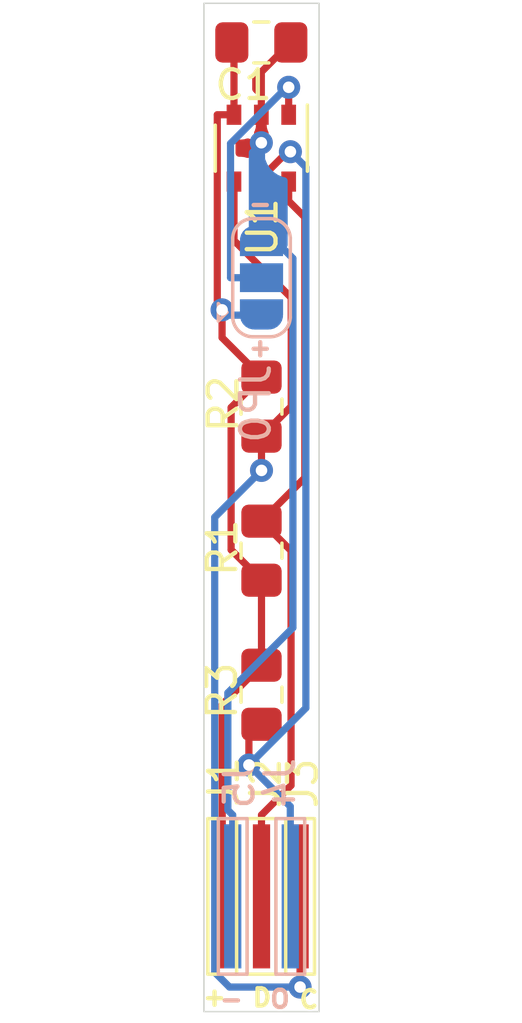
<source format=kicad_pcb>
(kicad_pcb (version 20171130) (host pcbnew 5.1.5+dfsg1-2build2)

  (general
    (thickness 1.6)
    (drawings 11)
    (tracks 68)
    (zones 0)
    (modules 11)
    (nets 7)
  )

  (page A4)
  (title_block
    (title "PCT2075 PROBE PCB")
    (company Galopago)
  )

  (layers
    (0 F.Cu signal)
    (31 B.Cu signal)
    (32 B.Adhes user)
    (33 F.Adhes user)
    (34 B.Paste user)
    (35 F.Paste user)
    (36 B.SilkS user)
    (37 F.SilkS user)
    (38 B.Mask user)
    (39 F.Mask user)
    (40 Dwgs.User user)
    (41 Cmts.User user)
    (42 Eco1.User user)
    (43 Eco2.User user)
    (44 Edge.Cuts user)
    (45 Margin user)
    (46 B.CrtYd user)
    (47 F.CrtYd user)
    (48 B.Fab user)
    (49 F.Fab user)
  )

  (setup
    (last_trace_width 0.25)
    (trace_clearance 0.2)
    (zone_clearance 0.508)
    (zone_45_only no)
    (trace_min 0.2)
    (via_size 0.8)
    (via_drill 0.4)
    (via_min_size 0.4)
    (via_min_drill 0.3)
    (uvia_size 0.3)
    (uvia_drill 0.1)
    (uvias_allowed no)
    (uvia_min_size 0.2)
    (uvia_min_drill 0.1)
    (edge_width 0.05)
    (segment_width 0.2)
    (pcb_text_width 0.3)
    (pcb_text_size 1.5 1.5)
    (mod_edge_width 0.12)
    (mod_text_size 1 1)
    (mod_text_width 0.15)
    (pad_size 0.6 5)
    (pad_drill 0)
    (pad_to_mask_clearance 0.051)
    (solder_mask_min_width 0.25)
    (aux_axis_origin 0 0)
    (visible_elements FFFFFF7F)
    (pcbplotparams
      (layerselection 0x010f0_ffffffff)
      (usegerberextensions false)
      (usegerberattributes false)
      (usegerberadvancedattributes false)
      (creategerberjobfile false)
      (excludeedgelayer true)
      (linewidth 0.100000)
      (plotframeref false)
      (viasonmask false)
      (mode 1)
      (useauxorigin false)
      (hpglpennumber 1)
      (hpglpenspeed 20)
      (hpglpendiameter 15.000000)
      (psnegative false)
      (psa4output false)
      (plotreference true)
      (plotvalue true)
      (plotinvisibletext false)
      (padsonsilk false)
      (subtractmaskfromsilk false)
      (outputformat 1)
      (mirror false)
      (drillshape 0)
      (scaleselection 1)
      (outputdirectory "gerber/single/"))
  )

  (net 0 "")
  (net 1 "Net-(C1-Pad2)")
  (net 2 "Net-(C1-Pad1)")
  (net 3 "Net-(JP0-Pad2)")
  (net 4 "Net-(J2-Pad1)")
  (net 5 "Net-(J3-Pad1)")
  (net 6 "Net-(J4-Pad1)")

  (net_class Default "This is the default net class."
    (clearance 0.2)
    (trace_width 0.25)
    (via_dia 0.8)
    (via_drill 0.4)
    (uvia_dia 0.3)
    (uvia_drill 0.1)
    (add_net "Net-(C1-Pad1)")
    (add_net "Net-(C1-Pad2)")
    (add_net "Net-(J2-Pad1)")
    (add_net "Net-(J3-Pad1)")
    (add_net "Net-(J4-Pad1)")
    (add_net "Net-(JP0-Pad2)")
  )

  (module STRANDEDWIRE:StrandedWire_Pad_0.6x5.0mm (layer B.Cu) (tedit 61D26C2F) (tstamp 61D2C276)
    (at 101 131)
    (descr "SMD rectangular pad for stranded wire soldering, rectangular 0.6mm side length x 5.0mm side width")
    (tags "stranded wire SMD pad rectangle ")
    (path /61CD4D9A)
    (attr virtual)
    (fp_text reference J5 (at 0.2317 -3.9111 -90) (layer B.SilkS)
      (effects (font (size 1 1) (thickness 0.15)) (justify mirror))
    )
    (fp_text value Conn_01x01_Female (at 0 -3.55) (layer B.Fab)
      (effects (font (size 1 1) (thickness 0.15)) (justify mirror))
    )
    (fp_line (start 0.8 -3) (end -0.8 -3) (layer B.CrtYd) (width 0.05))
    (fp_line (start 0.8 -3) (end 0.8 3) (layer B.CrtYd) (width 0.05))
    (fp_line (start -0.8 3) (end -0.8 -3) (layer B.CrtYd) (width 0.05))
    (fp_line (start -0.8 3) (end 0.8 3) (layer B.CrtYd) (width 0.05))
    (fp_line (start -0.5 -2.7) (end -0.5 2.7) (layer B.SilkS) (width 0.12))
    (fp_line (start 0.5 -2.7) (end -0.5 -2.7) (layer B.SilkS) (width 0.12))
    (fp_line (start 0.5 2.7) (end 0.5 -2.7) (layer B.SilkS) (width 0.12))
    (fp_line (start -0.5 2.7) (end 0.5 2.7) (layer B.SilkS) (width 0.12))
    (fp_text user %R (at 0 3.5) (layer B.Fab)
      (effects (font (size 1 1) (thickness 0.15)) (justify mirror))
    )
    (pad 1 smd rect (at 0 0) (size 0.6 5) (layers B.Cu B.Mask)
      (net 1 "Net-(C1-Pad2)"))
  )

  (module STRANDEDWIRE:StrandedWire_Pad_0.6x5.0mm (layer B.Cu) (tedit 61D26C2F) (tstamp 61D2C268)
    (at 103 131)
    (descr "SMD rectangular pad for stranded wire soldering, rectangular 0.6mm side length x 5.0mm side width")
    (tags "stranded wire SMD pad rectangle ")
    (path /61CD493C)
    (attr virtual)
    (fp_text reference J4 (at -0.3586 -3.9365 -90) (layer B.SilkS)
      (effects (font (size 1 1) (thickness 0.15)) (justify mirror))
    )
    (fp_text value Conn_01x01_Female (at 0 -3.55) (layer B.Fab)
      (effects (font (size 1 1) (thickness 0.15)) (justify mirror))
    )
    (fp_line (start 0.8 -3) (end -0.8 -3) (layer B.CrtYd) (width 0.05))
    (fp_line (start 0.8 -3) (end 0.8 3) (layer B.CrtYd) (width 0.05))
    (fp_line (start -0.8 3) (end -0.8 -3) (layer B.CrtYd) (width 0.05))
    (fp_line (start -0.8 3) (end 0.8 3) (layer B.CrtYd) (width 0.05))
    (fp_line (start -0.5 -2.7) (end -0.5 2.7) (layer B.SilkS) (width 0.12))
    (fp_line (start 0.5 -2.7) (end -0.5 -2.7) (layer B.SilkS) (width 0.12))
    (fp_line (start 0.5 2.7) (end 0.5 -2.7) (layer B.SilkS) (width 0.12))
    (fp_line (start -0.5 2.7) (end 0.5 2.7) (layer B.SilkS) (width 0.12))
    (fp_text user %R (at 0 3.5) (layer B.Fab)
      (effects (font (size 1 1) (thickness 0.15)) (justify mirror))
    )
    (pad 1 smd rect (at 0 0) (size 0.6 5) (layers B.Cu B.Mask)
      (net 6 "Net-(J4-Pad1)"))
  )

  (module STRANDEDWIRE:StrandedWire_Pad_0.6x5.0mm (layer F.Cu) (tedit 61D26C2F) (tstamp 61D2C25A)
    (at 103.34 131)
    (descr "SMD rectangular pad for stranded wire soldering, rectangular 0.6mm side length x 5.0mm side width")
    (tags "stranded wire SMD pad rectangle ")
    (path /61CD445A)
    (attr virtual)
    (fp_text reference J3 (at 0.0888 -3.9238 90) (layer F.SilkS)
      (effects (font (size 1 1) (thickness 0.15)))
    )
    (fp_text value Conn_01x01_Female (at 0 3.55) (layer F.Fab)
      (effects (font (size 1 1) (thickness 0.15)))
    )
    (fp_line (start 0.8 3) (end -0.8 3) (layer F.CrtYd) (width 0.05))
    (fp_line (start 0.8 3) (end 0.8 -3) (layer F.CrtYd) (width 0.05))
    (fp_line (start -0.8 -3) (end -0.8 3) (layer F.CrtYd) (width 0.05))
    (fp_line (start -0.8 -3) (end 0.8 -3) (layer F.CrtYd) (width 0.05))
    (fp_line (start -0.5 2.7) (end -0.5 -2.7) (layer F.SilkS) (width 0.12))
    (fp_line (start 0.5 2.7) (end -0.5 2.7) (layer F.SilkS) (width 0.12))
    (fp_line (start 0.5 -2.7) (end 0.5 2.7) (layer F.SilkS) (width 0.12))
    (fp_line (start -0.5 -2.7) (end 0.5 -2.7) (layer F.SilkS) (width 0.12))
    (fp_text user %R (at 0.1269 -3.9111 90) (layer F.Fab)
      (effects (font (size 1 1) (thickness 0.15)))
    )
    (pad 1 smd rect (at 0 0) (size 0.6 5) (layers F.Cu F.Mask)
      (net 5 "Net-(J3-Pad1)"))
  )

  (module STRANDEDWIRE:StrandedWire_Pad_0.6x5.0mm (layer F.Cu) (tedit 61D26C2F) (tstamp 61D2C24C)
    (at 102 131)
    (descr "SMD rectangular pad for stranded wire soldering, rectangular 0.6mm side length x 5.0mm side width")
    (tags "stranded wire SMD pad rectangle ")
    (path /61CD3FB8)
    (attr virtual)
    (fp_text reference J2 (at 0.1461 -3.9238 90) (layer F.SilkS)
      (effects (font (size 1 1) (thickness 0.15)))
    )
    (fp_text value Conn_01x01_Female (at 0 3.55) (layer F.Fab)
      (effects (font (size 1 1) (thickness 0.15)))
    )
    (fp_line (start 0.8 3) (end -0.8 3) (layer F.CrtYd) (width 0.05))
    (fp_line (start 0.8 3) (end 0.8 -3) (layer F.CrtYd) (width 0.05))
    (fp_line (start -0.8 -3) (end -0.8 3) (layer F.CrtYd) (width 0.05))
    (fp_line (start -0.8 -3) (end 0.8 -3) (layer F.CrtYd) (width 0.05))
    (fp_line (start -0.5 2.7) (end -0.5 -2.7) (layer F.SilkS) (width 0.12))
    (fp_line (start 0.5 2.7) (end -0.5 2.7) (layer F.SilkS) (width 0.12))
    (fp_line (start 0.5 -2.7) (end 0.5 2.7) (layer F.SilkS) (width 0.12))
    (fp_line (start -0.5 -2.7) (end 0.5 -2.7) (layer F.SilkS) (width 0.12))
    (fp_text user %R (at 0 -3.5) (layer F.Fab)
      (effects (font (size 1 1) (thickness 0.15)))
    )
    (pad 1 smd rect (at 0 0) (size 0.6 5) (layers F.Cu F.Mask)
      (net 4 "Net-(J2-Pad1)"))
  )

  (module STRANDEDWIRE:StrandedWire_Pad_0.6x5.0mm (layer F.Cu) (tedit 61D26C2F) (tstamp 61D2C23E)
    (at 100.635 131)
    (descr "SMD rectangular pad for stranded wire soldering, rectangular 0.6mm side length x 5.0mm side width")
    (tags "stranded wire SMD pad rectangle ")
    (path /61CD27F2)
    (attr virtual)
    (fp_text reference J1 (at 0.0506 -3.9746 90) (layer F.SilkS)
      (effects (font (size 1 1) (thickness 0.15)))
    )
    (fp_text value Conn_01x01_Female (at 0 3.55) (layer F.Fab)
      (effects (font (size 1 1) (thickness 0.15)))
    )
    (fp_line (start 0.8 3) (end -0.8 3) (layer F.CrtYd) (width 0.05))
    (fp_line (start 0.8 3) (end 0.8 -3) (layer F.CrtYd) (width 0.05))
    (fp_line (start -0.8 -3) (end -0.8 3) (layer F.CrtYd) (width 0.05))
    (fp_line (start -0.8 -3) (end 0.8 -3) (layer F.CrtYd) (width 0.05))
    (fp_line (start -0.5 2.7) (end -0.5 -2.7) (layer F.SilkS) (width 0.12))
    (fp_line (start 0.5 2.7) (end -0.5 2.7) (layer F.SilkS) (width 0.12))
    (fp_line (start 0.5 -2.7) (end 0.5 2.7) (layer F.SilkS) (width 0.12))
    (fp_line (start -0.5 -2.7) (end 0.5 -2.7) (layer F.SilkS) (width 0.12))
    (fp_text user %R (at 0 -3.5) (layer F.Fab)
      (effects (font (size 1 1) (thickness 0.15)))
    )
    (pad 1 smd rect (at 0 0) (size 0.6 5) (layers F.Cu F.Mask)
      (net 2 "Net-(C1-Pad1)"))
  )

  (module Package_SO:TSOP-6_1.65x3.05mm_P0.95mm (layer F.Cu) (tedit 5A02F25C) (tstamp 61D25EA3)
    (at 101.994 105.029 270)
    (descr "TSOP-6 package (comparable to TSOT-23), https://www.vishay.com/docs/71200/71200.pdf")
    (tags "Jedec MO-193C TSOP-6L")
    (path /61D2E7F8)
    (attr smd)
    (fp_text reference U1 (at 2.7432 -0.0378 90) (layer F.SilkS)
      (effects (font (size 1 1) (thickness 0.15)))
    )
    (fp_text value PCT2075GV (at 0 2.5 90) (layer F.Fab)
      (effects (font (size 1 1) (thickness 0.15)))
    )
    (fp_line (start 1.76 1.77) (end -1.76 1.77) (layer F.CrtYd) (width 0.05))
    (fp_line (start 1.76 1.77) (end 1.76 -1.78) (layer F.CrtYd) (width 0.05))
    (fp_line (start -1.76 -1.78) (end -1.76 1.77) (layer F.CrtYd) (width 0.05))
    (fp_line (start -1.76 -1.78) (end 1.76 -1.78) (layer F.CrtYd) (width 0.05))
    (fp_line (start 0.825 -1.525) (end 0.825 1.525) (layer F.Fab) (width 0.1))
    (fp_line (start 0.825 1.525) (end -0.825 1.525) (layer F.Fab) (width 0.1))
    (fp_line (start -0.825 -1.1) (end -0.825 1.525) (layer F.Fab) (width 0.1))
    (fp_line (start 0.825 -1.525) (end -0.425 -1.525) (layer F.Fab) (width 0.1))
    (fp_line (start -0.825 -1.1) (end -0.425 -1.525) (layer F.Fab) (width 0.1))
    (fp_line (start 0.8 -1.6) (end -1.5 -1.6) (layer F.SilkS) (width 0.12))
    (fp_line (start -0.8 1.6) (end 0.8 1.6) (layer F.SilkS) (width 0.12))
    (fp_text user %R (at 0 0) (layer F.Fab)
      (effects (font (size 0.5 0.5) (thickness 0.075)))
    )
    (pad 6 smd rect (at 1.16 -0.95 270) (size 0.7 0.51) (layers F.Cu F.Paste F.Mask)
      (net 4 "Net-(J2-Pad1)"))
    (pad 5 smd rect (at 1.16 0 270) (size 0.7 0.51) (layers F.Cu F.Paste F.Mask)
      (net 6 "Net-(J4-Pad1)"))
    (pad 4 smd rect (at 1.16 0.95 270) (size 0.7 0.51) (layers F.Cu F.Paste F.Mask)
      (net 5 "Net-(J3-Pad1)"))
    (pad 3 smd rect (at -1.16 0.95 270) (size 0.7 0.51) (layers F.Cu F.Paste F.Mask)
      (net 2 "Net-(C1-Pad1)"))
    (pad 2 smd rect (at -1.16 0 270) (size 0.7 0.51) (layers F.Cu F.Paste F.Mask)
      (net 1 "Net-(C1-Pad2)"))
    (pad 1 smd rect (at -1.16 -0.95 270) (size 0.7 0.51) (layers F.Cu F.Paste F.Mask)
      (net 3 "Net-(JP0-Pad2)"))
    (model ${KISYS3DMOD}/Package_SO.3dshapes/TSOP-6_1.65x3.05mm_P0.95mm.wrl
      (at (xyz 0 0 0))
      (scale (xyz 1 1 1))
      (rotate (xyz 0 0 0))
    )
  )

  (module Resistor_SMD:R_0805_2012Metric_Pad1.15x1.40mm_HandSolder (layer F.Cu) (tedit 5B36C52B) (tstamp 61D2CFF3)
    (at 102 124 270)
    (descr "Resistor SMD 0805 (2012 Metric), square (rectangular) end terminal, IPC_7351 nominal with elongated pad for handsoldering. (Body size source: https://docs.google.com/spreadsheets/d/1BsfQQcO9C6DZCsRaXUlFlo91Tg2WpOkGARC1WS5S8t0/edit?usp=sharing), generated with kicad-footprint-generator")
    (tags "resistor handsolder")
    (path /61CCFD31)
    (attr smd)
    (fp_text reference R3 (at -0.1369 1.3779 90) (layer F.SilkS)
      (effects (font (size 1 1) (thickness 0.15)))
    )
    (fp_text value R (at 0 1.65 90) (layer F.Fab)
      (effects (font (size 1 1) (thickness 0.15)))
    )
    (fp_text user %R (at 0 0 90) (layer F.Fab)
      (effects (font (size 0.5 0.5) (thickness 0.08)))
    )
    (fp_line (start 1.85 0.95) (end -1.85 0.95) (layer F.CrtYd) (width 0.05))
    (fp_line (start 1.85 -0.95) (end 1.85 0.95) (layer F.CrtYd) (width 0.05))
    (fp_line (start -1.85 -0.95) (end 1.85 -0.95) (layer F.CrtYd) (width 0.05))
    (fp_line (start -1.85 0.95) (end -1.85 -0.95) (layer F.CrtYd) (width 0.05))
    (fp_line (start -0.261252 0.71) (end 0.261252 0.71) (layer F.SilkS) (width 0.12))
    (fp_line (start -0.261252 -0.71) (end 0.261252 -0.71) (layer F.SilkS) (width 0.12))
    (fp_line (start 1 0.6) (end -1 0.6) (layer F.Fab) (width 0.1))
    (fp_line (start 1 -0.6) (end 1 0.6) (layer F.Fab) (width 0.1))
    (fp_line (start -1 -0.6) (end 1 -0.6) (layer F.Fab) (width 0.1))
    (fp_line (start -1 0.6) (end -1 -0.6) (layer F.Fab) (width 0.1))
    (pad 2 smd roundrect (at 1.025 0 270) (size 1.15 1.4) (layers F.Cu F.Paste F.Mask) (roundrect_rratio 0.217391)
      (net 6 "Net-(J4-Pad1)"))
    (pad 1 smd roundrect (at -1.025 0 270) (size 1.15 1.4) (layers F.Cu F.Paste F.Mask) (roundrect_rratio 0.217391)
      (net 2 "Net-(C1-Pad1)"))
    (model ${KISYS3DMOD}/Resistor_SMD.3dshapes/R_0805_2012Metric.wrl
      (at (xyz 0 0 0))
      (scale (xyz 1 1 1))
      (rotate (xyz 0 0 0))
    )
  )

  (module Resistor_SMD:R_0805_2012Metric_Pad1.15x1.40mm_HandSolder (layer F.Cu) (tedit 5B36C52B) (tstamp 61CD2BD6)
    (at 102 114 270)
    (descr "Resistor SMD 0805 (2012 Metric), square (rectangular) end terminal, IPC_7351 nominal with elongated pad for handsoldering. (Body size source: https://docs.google.com/spreadsheets/d/1BsfQQcO9C6DZCsRaXUlFlo91Tg2WpOkGARC1WS5S8t0/edit?usp=sharing), generated with kicad-footprint-generator")
    (tags "resistor handsolder")
    (path /61CCF99C)
    (attr smd)
    (fp_text reference R2 (at -0.0937 1.3271 90) (layer F.SilkS)
      (effects (font (size 1 1) (thickness 0.15)))
    )
    (fp_text value R (at 0 1.65 90) (layer F.Fab)
      (effects (font (size 1 1) (thickness 0.15)))
    )
    (fp_text user %R (at 0 0 90) (layer F.Fab)
      (effects (font (size 0.5 0.5) (thickness 0.08)))
    )
    (fp_line (start 1.85 0.95) (end -1.85 0.95) (layer F.CrtYd) (width 0.05))
    (fp_line (start 1.85 -0.95) (end 1.85 0.95) (layer F.CrtYd) (width 0.05))
    (fp_line (start -1.85 -0.95) (end 1.85 -0.95) (layer F.CrtYd) (width 0.05))
    (fp_line (start -1.85 0.95) (end -1.85 -0.95) (layer F.CrtYd) (width 0.05))
    (fp_line (start -0.261252 0.71) (end 0.261252 0.71) (layer F.SilkS) (width 0.12))
    (fp_line (start -0.261252 -0.71) (end 0.261252 -0.71) (layer F.SilkS) (width 0.12))
    (fp_line (start 1 0.6) (end -1 0.6) (layer F.Fab) (width 0.1))
    (fp_line (start 1 -0.6) (end 1 0.6) (layer F.Fab) (width 0.1))
    (fp_line (start -1 -0.6) (end 1 -0.6) (layer F.Fab) (width 0.1))
    (fp_line (start -1 0.6) (end -1 -0.6) (layer F.Fab) (width 0.1))
    (pad 2 smd roundrect (at 1.025 0 270) (size 1.15 1.4) (layers F.Cu F.Paste F.Mask) (roundrect_rratio 0.217391)
      (net 5 "Net-(J3-Pad1)"))
    (pad 1 smd roundrect (at -1.025 0 270) (size 1.15 1.4) (layers F.Cu F.Paste F.Mask) (roundrect_rratio 0.217391)
      (net 2 "Net-(C1-Pad1)"))
    (model ${KISYS3DMOD}/Resistor_SMD.3dshapes/R_0805_2012Metric.wrl
      (at (xyz 0 0 0))
      (scale (xyz 1 1 1))
      (rotate (xyz 0 0 0))
    )
  )

  (module Resistor_SMD:R_0805_2012Metric_Pad1.15x1.40mm_HandSolder (layer F.Cu) (tedit 5B36C52B) (tstamp 61CD449E)
    (at 102 119 90)
    (descr "Resistor SMD 0805 (2012 Metric), square (rectangular) end terminal, IPC_7351 nominal with elongated pad for handsoldering. (Body size source: https://docs.google.com/spreadsheets/d/1BsfQQcO9C6DZCsRaXUlFlo91Tg2WpOkGARC1WS5S8t0/edit?usp=sharing), generated with kicad-footprint-generator")
    (tags "resistor handsolder")
    (path /61CCF666)
    (attr smd)
    (fp_text reference R1 (at 0.1026 -1.3652 90) (layer F.SilkS)
      (effects (font (size 1 1) (thickness 0.15)))
    )
    (fp_text value R (at 0 1.65 90) (layer F.Fab)
      (effects (font (size 1 1) (thickness 0.15)))
    )
    (fp_text user %R (at 0 0 90) (layer F.Fab)
      (effects (font (size 0.5 0.5) (thickness 0.08)))
    )
    (fp_line (start 1.85 0.95) (end -1.85 0.95) (layer F.CrtYd) (width 0.05))
    (fp_line (start 1.85 -0.95) (end 1.85 0.95) (layer F.CrtYd) (width 0.05))
    (fp_line (start -1.85 -0.95) (end 1.85 -0.95) (layer F.CrtYd) (width 0.05))
    (fp_line (start -1.85 0.95) (end -1.85 -0.95) (layer F.CrtYd) (width 0.05))
    (fp_line (start -0.261252 0.71) (end 0.261252 0.71) (layer F.SilkS) (width 0.12))
    (fp_line (start -0.261252 -0.71) (end 0.261252 -0.71) (layer F.SilkS) (width 0.12))
    (fp_line (start 1 0.6) (end -1 0.6) (layer F.Fab) (width 0.1))
    (fp_line (start 1 -0.6) (end 1 0.6) (layer F.Fab) (width 0.1))
    (fp_line (start -1 -0.6) (end 1 -0.6) (layer F.Fab) (width 0.1))
    (fp_line (start -1 0.6) (end -1 -0.6) (layer F.Fab) (width 0.1))
    (pad 2 smd roundrect (at 1.025 0 90) (size 1.15 1.4) (layers F.Cu F.Paste F.Mask) (roundrect_rratio 0.217391)
      (net 4 "Net-(J2-Pad1)"))
    (pad 1 smd roundrect (at -1.025 0 90) (size 1.15 1.4) (layers F.Cu F.Paste F.Mask) (roundrect_rratio 0.217391)
      (net 2 "Net-(C1-Pad1)"))
    (model ${KISYS3DMOD}/Resistor_SMD.3dshapes/R_0805_2012Metric.wrl
      (at (xyz 0 0 0))
      (scale (xyz 1 1 1))
      (rotate (xyz 0 0 0))
    )
  )

  (module Jumper:SolderJumper-3_P1.3mm_Open_RoundedPad1.0x1.5mm (layer B.Cu) (tedit 5B391EB7) (tstamp 61CD4461)
    (at 102 109.525 90)
    (descr "SMD Solder 3-pad Jumper, 1x1.5mm rounded Pads, 0.3mm gap, open")
    (tags "solder jumper open")
    (path /61CD50F5)
    (attr virtual)
    (fp_text reference JP0 (at -4.367 -0.203 90) (layer B.SilkS)
      (effects (font (size 1 1) (thickness 0.15)) (justify mirror))
    )
    (fp_text value SolderJumper_3_Open (at 0 -1.9 90) (layer B.Fab)
      (effects (font (size 1 1) (thickness 0.15)) (justify mirror))
    )
    (fp_arc (start -1.35 0.3) (end -1.35 1) (angle 90) (layer B.SilkS) (width 0.12))
    (fp_arc (start -1.35 -0.3) (end -2.05 -0.3) (angle 90) (layer B.SilkS) (width 0.12))
    (fp_arc (start 1.35 -0.3) (end 1.35 -1) (angle 90) (layer B.SilkS) (width 0.12))
    (fp_arc (start 1.35 0.3) (end 2.05 0.3) (angle 90) (layer B.SilkS) (width 0.12))
    (fp_line (start 2.3 -1.25) (end -2.3 -1.25) (layer B.CrtYd) (width 0.05))
    (fp_line (start 2.3 -1.25) (end 2.3 1.25) (layer B.CrtYd) (width 0.05))
    (fp_line (start -2.3 1.25) (end -2.3 -1.25) (layer B.CrtYd) (width 0.05))
    (fp_line (start -2.3 1.25) (end 2.3 1.25) (layer B.CrtYd) (width 0.05))
    (fp_line (start -1.4 1) (end 1.4 1) (layer B.SilkS) (width 0.12))
    (fp_line (start 2.05 0.3) (end 2.05 -0.3) (layer B.SilkS) (width 0.12))
    (fp_line (start 1.4 -1) (end -1.4 -1) (layer B.SilkS) (width 0.12))
    (fp_line (start -2.05 -0.3) (end -2.05 0.3) (layer B.SilkS) (width 0.12))
    (fp_line (start -1.2 -1.2) (end -1.5 -1.5) (layer B.SilkS) (width 0.12))
    (fp_line (start -1.5 -1.5) (end -0.9 -1.5) (layer B.SilkS) (width 0.12))
    (fp_line (start -1.2 -1.2) (end -0.9 -1.5) (layer B.SilkS) (width 0.12))
    (pad 2 smd rect (at 0 0 90) (size 1 1.5) (layers B.Cu B.Mask)
      (net 3 "Net-(JP0-Pad2)"))
    (pad 3 smd custom (at 1.3 0 90) (size 1 0.5) (layers B.Cu B.Mask)
      (net 1 "Net-(C1-Pad2)") (zone_connect 2)
      (options (clearance outline) (anchor rect))
      (primitives
        (gr_circle (center 0 -0.25) (end 0.5 -0.25) (width 0))
        (gr_circle (center 0 0.25) (end 0.5 0.25) (width 0))
        (gr_poly (pts
           (xy -0.55 0.75) (xy 0 0.75) (xy 0 -0.75) (xy -0.55 -0.75)) (width 0))
      ))
    (pad 1 smd custom (at -1.3 0 90) (size 1 0.5) (layers B.Cu B.Mask)
      (net 2 "Net-(C1-Pad1)") (zone_connect 2)
      (options (clearance outline) (anchor rect))
      (primitives
        (gr_circle (center 0 -0.25) (end 0.5 -0.25) (width 0))
        (gr_circle (center 0 0.25) (end 0.5 0.25) (width 0))
        (gr_poly (pts
           (xy 0.55 0.75) (xy 0 0.75) (xy 0 -0.75) (xy 0.55 -0.75)) (width 0))
      ))
  )

  (module Capacitor_SMD:C_0805_2012Metric_Pad1.15x1.40mm_HandSolder (layer F.Cu) (tedit 5B36C52B) (tstamp 61CD6892)
    (at 101.994 101.359)
    (descr "Capacitor SMD 0805 (2012 Metric), square (rectangular) end terminal, IPC_7351 nominal with elongated pad for handsoldering. (Body size source: https://docs.google.com/spreadsheets/d/1BsfQQcO9C6DZCsRaXUlFlo91Tg2WpOkGARC1WS5S8t0/edit?usp=sharing), generated with kicad-footprint-generator")
    (tags "capacitor handsolder")
    (path /61CD5A21)
    (attr smd)
    (fp_text reference C1 (at -0.6226 1.4729) (layer F.SilkS)
      (effects (font (size 1 1) (thickness 0.15)))
    )
    (fp_text value C (at 0 1.65) (layer F.Fab)
      (effects (font (size 1 1) (thickness 0.15)))
    )
    (fp_text user %R (at 0 0) (layer F.Fab)
      (effects (font (size 0.5 0.5) (thickness 0.08)))
    )
    (fp_line (start 1.85 0.95) (end -1.85 0.95) (layer F.CrtYd) (width 0.05))
    (fp_line (start 1.85 -0.95) (end 1.85 0.95) (layer F.CrtYd) (width 0.05))
    (fp_line (start -1.85 -0.95) (end 1.85 -0.95) (layer F.CrtYd) (width 0.05))
    (fp_line (start -1.85 0.95) (end -1.85 -0.95) (layer F.CrtYd) (width 0.05))
    (fp_line (start -0.261252 0.71) (end 0.261252 0.71) (layer F.SilkS) (width 0.12))
    (fp_line (start -0.261252 -0.71) (end 0.261252 -0.71) (layer F.SilkS) (width 0.12))
    (fp_line (start 1 0.6) (end -1 0.6) (layer F.Fab) (width 0.1))
    (fp_line (start 1 -0.6) (end 1 0.6) (layer F.Fab) (width 0.1))
    (fp_line (start -1 -0.6) (end 1 -0.6) (layer F.Fab) (width 0.1))
    (fp_line (start -1 0.6) (end -1 -0.6) (layer F.Fab) (width 0.1))
    (pad 2 smd roundrect (at 1.025 0) (size 1.15 1.4) (layers F.Cu F.Paste F.Mask) (roundrect_rratio 0.217391)
      (net 1 "Net-(C1-Pad2)"))
    (pad 1 smd roundrect (at -1.025 0) (size 1.15 1.4) (layers F.Cu F.Paste F.Mask) (roundrect_rratio 0.217391)
      (net 2 "Net-(C1-Pad1)"))
    (model ${KISYS3DMOD}/Capacitor_SMD.3dshapes/C_0805_2012Metric.wrl
      (at (xyz 0 0 0))
      (scale (xyz 1 1 1))
      (rotate (xyz 0 0 0))
    )
  )

  (gr_text + (at 101.9556 111.9505) (layer B.SilkS) (tstamp 61CD30C6)
    (effects (font (size 0.6 0.6) (thickness 0.15)) (justify mirror))
  )
  (gr_text - (at 101.9556 106.9594) (layer B.SilkS) (tstamp 61CD3094)
    (effects (font (size 0.6 0.6) (thickness 0.15)) (justify mirror))
  )
  (gr_text D (at 102.0191 134.5184) (layer F.SilkS) (tstamp 61CD2E86)
    (effects (font (size 0.6 0.6) (thickness 0.15)))
  )
  (gr_text C (at 103.6447 134.5819) (layer F.SilkS) (tstamp 61CD2E81)
    (effects (font (size 0.6 0.6) (thickness 0.15)))
  )
  (gr_text O (at 102.6414 134.5692) (layer B.SilkS) (tstamp 61CD2E45)
    (effects (font (size 0.6 0.6) (thickness 0.15)) (justify mirror))
  )
  (gr_text - (at 100.9523 134.5692) (layer B.SilkS) (tstamp 61CD2DDA)
    (effects (font (size 0.6 0.6) (thickness 0.15)) (justify mirror))
  )
  (gr_text + (at 100.3681 134.493) (layer F.SilkS)
    (effects (font (size 0.6 0.6) (thickness 0.15)))
  )
  (gr_line (start 100 135) (end 104 135) (layer Edge.Cuts) (width 0.05))
  (gr_line (start 100 100) (end 104 100) (layer Edge.Cuts) (width 0.05))
  (gr_line (start 104 100) (end 104 135) (layer Edge.Cuts) (width 0.05))
  (gr_line (start 100 100) (end 100 135) (layer Edge.Cuts) (width 0.05))

  (segment (start 102 108.225) (end 102.4619 108.225) (width 0.25) (layer B.Cu) (net 1))
  (segment (start 102.4619 108.225) (end 103.0915 108.8546) (width 0.25) (layer B.Cu) (net 1))
  (segment (start 103.0915 108.8546) (end 103.0915 121.6746) (width 0.25) (layer B.Cu) (net 1))
  (segment (start 103.0915 121.6746) (end 100.8311 123.935) (width 0.25) (layer B.Cu) (net 1))
  (segment (start 100.8311 123.935) (end 100.8311 128.0058) (width 0.25) (layer B.Cu) (net 1))
  (segment (start 100.8311 128.0058) (end 101 128.1747) (width 0.25) (layer B.Cu) (net 1))
  (segment (start 101.994 104.84) (end 102 104.846) (width 0.25) (layer B.Cu) (net 1))
  (segment (start 102 104.846) (end 102 108.225) (width 0.25) (layer B.Cu) (net 1))
  (segment (start 101 131) (end 101 128.1747) (width 0.25) (layer B.Cu) (net 1))
  (segment (start 101.994 104.5443) (end 101.994 104.84) (width 0.25) (layer F.Cu) (net 1))
  (segment (start 101.994 103.869) (end 101.994 104.5443) (width 0.25) (layer F.Cu) (net 1))
  (segment (start 103.019 101.359) (end 101.994 102.384) (width 0.25) (layer F.Cu) (net 1))
  (segment (start 101.994 102.384) (end 101.994 103.869) (width 0.25) (layer F.Cu) (net 1))
  (via (at 101.994 104.84) (size 0.8) (layers F.Cu B.Cu) (net 1))
  (segment (start 102 112.975) (end 100.63 111.605) (width 0.25) (layer F.Cu) (net 2))
  (segment (start 100.63 111.605) (end 100.63 110.6414) (width 0.25) (layer F.Cu) (net 2))
  (segment (start 102 112.975) (end 100.9439 114.0311) (width 0.25) (layer F.Cu) (net 2))
  (segment (start 100.9439 114.0311) (end 100.9439 118.9689) (width 0.25) (layer F.Cu) (net 2))
  (segment (start 100.9439 118.9689) (end 102 120.025) (width 0.25) (layer F.Cu) (net 2))
  (segment (start 102 122.975) (end 102 120.025) (width 0.25) (layer F.Cu) (net 2))
  (segment (start 100.4637 103.869) (end 100.4637 110.4751) (width 0.25) (layer F.Cu) (net 2))
  (segment (start 100.4637 110.4751) (end 100.63 110.6414) (width 0.25) (layer F.Cu) (net 2))
  (segment (start 101.044 103.869) (end 100.4637 103.869) (width 0.25) (layer F.Cu) (net 2))
  (segment (start 100.969 101.359) (end 101.044 101.434) (width 0.25) (layer F.Cu) (net 2))
  (segment (start 101.044 101.434) (end 101.044 103.869) (width 0.25) (layer F.Cu) (net 2))
  (segment (start 102 110.825) (end 100.8136 110.825) (width 0.25) (layer B.Cu) (net 2))
  (segment (start 100.8136 110.825) (end 100.63 110.6414) (width 0.25) (layer B.Cu) (net 2))
  (segment (start 100.635 131) (end 100.635 124.34) (width 0.25) (layer F.Cu) (net 2))
  (segment (start 100.635 124.34) (end 102 122.975) (width 0.25) (layer F.Cu) (net 2))
  (via (at 100.63 110.6414) (size 0.8) (layers F.Cu B.Cu) (net 2))
  (segment (start 102.944 103.869) (end 102.944 102.9152) (width 0.25) (layer F.Cu) (net 3))
  (segment (start 100.9247 109.525) (end 100.9247 104.8657) (width 0.25) (layer B.Cu) (net 3))
  (segment (start 100.9247 104.8657) (end 102.8752 102.9152) (width 0.25) (layer B.Cu) (net 3))
  (segment (start 102.8752 102.9152) (end 102.944 102.9152) (width 0.25) (layer B.Cu) (net 3))
  (segment (start 102 109.525) (end 100.9247 109.525) (width 0.25) (layer B.Cu) (net 3))
  (via (at 102.944 102.9152) (size 0.8) (layers F.Cu B.Cu) (net 3))
  (segment (start 102 117.975) (end 103.505 116.47) (width 0.25) (layer F.Cu) (net 4))
  (segment (start 103.505 116.47) (end 103.505 107.4253) (width 0.25) (layer F.Cu) (net 4))
  (segment (start 103.505 107.4253) (end 102.944 106.8643) (width 0.25) (layer F.Cu) (net 4))
  (segment (start 102.944 106.189) (end 102.944 106.8643) (width 0.25) (layer F.Cu) (net 4))
  (segment (start 102 128.1747) (end 103.0264 127.1483) (width 0.25) (layer F.Cu) (net 4))
  (segment (start 103.0264 127.1483) (end 103.0264 119.0014) (width 0.25) (layer F.Cu) (net 4))
  (segment (start 103.0264 119.0014) (end 102 117.975) (width 0.25) (layer F.Cu) (net 4))
  (segment (start 102 131) (end 102 128.1747) (width 0.25) (layer F.Cu) (net 4))
  (segment (start 102 115.025) (end 102 116.2142) (width 0.25) (layer F.Cu) (net 5))
  (segment (start 103.34 134.1475) (end 100.8874 134.1475) (width 0.25) (layer B.Cu) (net 5))
  (segment (start 100.8874 134.1475) (end 100.3746 133.6347) (width 0.25) (layer B.Cu) (net 5))
  (segment (start 100.3746 133.6347) (end 100.3746 117.8396) (width 0.25) (layer B.Cu) (net 5))
  (segment (start 100.3746 117.8396) (end 102 116.2142) (width 0.25) (layer B.Cu) (net 5))
  (segment (start 102 115.025) (end 103.0328 113.9922) (width 0.25) (layer F.Cu) (net 5))
  (segment (start 103.0328 113.9922) (end 103.0328 110.22) (width 0.25) (layer F.Cu) (net 5))
  (segment (start 103.0328 110.22) (end 101.044 108.2312) (width 0.25) (layer F.Cu) (net 5))
  (segment (start 101.044 108.2312) (end 101.044 106.189) (width 0.25) (layer F.Cu) (net 5))
  (segment (start 103.34 131) (end 103.34 134.1475) (width 0.25) (layer F.Cu) (net 5))
  (via (at 103.34 134.1475) (size 0.8) (layers F.Cu B.Cu) (net 5))
  (via (at 102 116.2142) (size 0.8) (layers F.Cu B.Cu) (net 5))
  (segment (start 101.5625 126.4393) (end 103.5419 124.4599) (width 0.25) (layer B.Cu) (net 6))
  (segment (start 103.5419 124.4599) (end 103.5419 105.69) (width 0.25) (layer B.Cu) (net 6))
  (segment (start 103.5419 105.69) (end 103.004 105.1521) (width 0.25) (layer B.Cu) (net 6))
  (segment (start 103.004 105.1521) (end 102.9039 105.1521) (width 0.25) (layer F.Cu) (net 6))
  (segment (start 102.9039 105.1521) (end 101.994 106.062) (width 0.25) (layer F.Cu) (net 6))
  (segment (start 101.994 106.062) (end 101.994 106.189) (width 0.25) (layer F.Cu) (net 6))
  (segment (start 101.5625 126.4393) (end 103 127.8768) (width 0.25) (layer B.Cu) (net 6))
  (segment (start 103 127.8768) (end 103 131) (width 0.25) (layer B.Cu) (net 6))
  (segment (start 102 125.025) (end 101.5625 125.4625) (width 0.25) (layer F.Cu) (net 6))
  (segment (start 101.5625 125.4625) (end 101.5625 126.4393) (width 0.25) (layer F.Cu) (net 6))
  (via (at 103.004 105.1521) (size 0.8) (layers F.Cu B.Cu) (net 6))
  (via (at 101.5625 126.4393) (size 0.8) (layers F.Cu B.Cu) (net 6))

  (zone (net 1) (net_name "Net-(C1-Pad2)") (layer F.Cu) (tstamp 61D655F5) (hatch edge 0.508)
    (connect_pads (clearance 0.508))
    (min_thickness 0.254)
    (fill yes (arc_segments 32) (thermal_gap 0.508) (thermal_bridge_width 0.508))
    (polygon
      (pts
        (xy 104.0892 135.0899) (xy 99.9236 135.0772) (xy 99.9236 99.9109) (xy 104.0765 99.9236)
      )
    )
    (filled_polygon
      (pts
        (xy 102.050928 104.219) (xy 102.063188 104.343482) (xy 102.099498 104.46318) (xy 102.121 104.503407) (xy 102.121 104.610652)
        (xy 102.086795 104.661844) (xy 102.008774 104.850202) (xy 101.978426 105.002772) (xy 101.780271 105.200928) (xy 101.739 105.200928)
        (xy 101.614518 105.213188) (xy 101.519 105.242163) (xy 101.423482 105.213188) (xy 101.299 105.200928) (xy 101.2237 105.200928)
        (xy 101.2237 104.857072) (xy 101.299 104.857072) (xy 101.423482 104.844812) (xy 101.52015 104.815488) (xy 101.60014 104.841779)
        (xy 101.70825 104.854) (xy 101.867 104.69525) (xy 101.867 104.503407) (xy 101.888502 104.46318) (xy 101.924812 104.343482)
        (xy 101.937072 104.219) (xy 101.937072 103.722) (xy 102.050928 103.722)
      )
    )
    (filled_polygon
      (pts
        (xy 101.991932 102.509109) (xy 101.948774 102.613302) (xy 101.909 102.813261) (xy 101.909 102.884) (xy 101.866998 102.884)
        (xy 101.866998 103.042748) (xy 101.804 102.97975) (xy 101.804 102.533771) (xy 101.921962 102.436962) (xy 101.927342 102.430406)
      )
    )
    (filled_polygon
      (pts
        (xy 103.146 101.232) (xy 103.166 101.232) (xy 103.166 101.486) (xy 103.146 101.486) (xy 103.146 101.506)
        (xy 102.892 101.506) (xy 102.892 101.486) (xy 102.872 101.486) (xy 102.872 101.232) (xy 102.892 101.232)
        (xy 102.892 101.212) (xy 103.146 101.212)
      )
    )
  )
  (zone (net 1) (net_name "Net-(C1-Pad2)") (layer B.Cu) (tstamp 61D655F2) (hatch edge 0.508)
    (connect_pads (clearance 0.508))
    (min_thickness 0.254)
    (fill yes (arc_segments 32) (thermal_gap 0.508) (thermal_bridge_width 0.508))
    (polygon
      (pts
        (xy 104.0765 135.1534) (xy 99.8474 135.1026) (xy 99.8855 99.8855) (xy 104.1273 99.8855)
      )
    )
    (filled_polygon
      (pts
        (xy 101.969 105.050161) (xy 101.969 105.254039) (xy 102.008774 105.453998) (xy 102.086795 105.642356) (xy 102.200063 105.811874)
        (xy 102.344226 105.956037) (xy 102.513744 106.069305) (xy 102.702102 106.147326) (xy 102.781901 106.163199) (xy 102.781901 108.39007)
        (xy 102.75 108.386928) (xy 101.6847 108.386928) (xy 101.6847 105.180501) (xy 102.007228 104.857973)
      )
    )
  )
)

</source>
